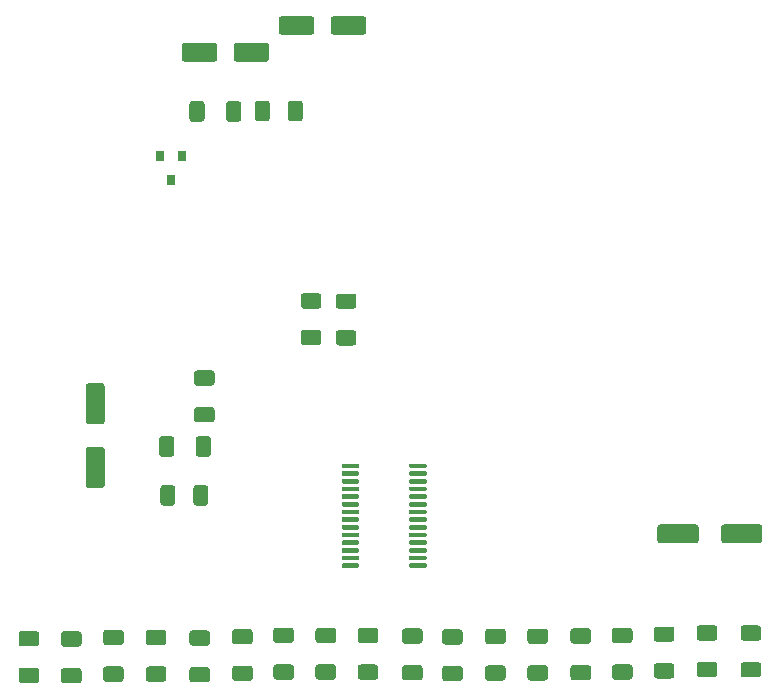
<source format=gtp>
G04 #@! TF.GenerationSoftware,KiCad,Pcbnew,(5.1.10)-1*
G04 #@! TF.CreationDate,2023-01-28T17:58:28+01:00*
G04 #@! TF.ProjectId,servo_board,73657276-6f5f-4626-9f61-72642e6b6963,1.0*
G04 #@! TF.SameCoordinates,Original*
G04 #@! TF.FileFunction,Paste,Top*
G04 #@! TF.FilePolarity,Positive*
%FSLAX46Y46*%
G04 Gerber Fmt 4.6, Leading zero omitted, Abs format (unit mm)*
G04 Created by KiCad (PCBNEW (5.1.10)-1) date 2023-01-28 17:58:28*
%MOMM*%
%LPD*%
G01*
G04 APERTURE LIST*
%ADD10R,0.800000X0.900000*%
G04 APERTURE END LIST*
G36*
G01*
X138485900Y-157623600D02*
X138485900Y-156523600D01*
G75*
G02*
X138735900Y-156273600I250000J0D01*
G01*
X141735900Y-156273600D01*
G75*
G02*
X141985900Y-156523600I0J-250000D01*
G01*
X141985900Y-157623600D01*
G75*
G02*
X141735900Y-157873600I-250000J0D01*
G01*
X138735900Y-157873600D01*
G75*
G02*
X138485900Y-157623600I0J250000D01*
G01*
G37*
G36*
G01*
X133085900Y-157623600D02*
X133085900Y-156523600D01*
G75*
G02*
X133335900Y-156273600I250000J0D01*
G01*
X136335900Y-156273600D01*
G75*
G02*
X136585900Y-156523600I0J-250000D01*
G01*
X136585900Y-157623600D01*
G75*
G02*
X136335900Y-157873600I-250000J0D01*
G01*
X133335900Y-157873600D01*
G75*
G02*
X133085900Y-157623600I0J250000D01*
G01*
G37*
G36*
G01*
X86046400Y-147800000D02*
X84946400Y-147800000D01*
G75*
G02*
X84696400Y-147550000I0J250000D01*
G01*
X84696400Y-144550000D01*
G75*
G02*
X84946400Y-144300000I250000J0D01*
G01*
X86046400Y-144300000D01*
G75*
G02*
X86296400Y-144550000I0J-250000D01*
G01*
X86296400Y-147550000D01*
G75*
G02*
X86046400Y-147800000I-250000J0D01*
G01*
G37*
G36*
G01*
X86046400Y-153200000D02*
X84946400Y-153200000D01*
G75*
G02*
X84696400Y-152950000I0J250000D01*
G01*
X84696400Y-149950000D01*
G75*
G02*
X84946400Y-149700000I250000J0D01*
G01*
X86046400Y-149700000D01*
G75*
G02*
X86296400Y-149950000I0J-250000D01*
G01*
X86296400Y-152950000D01*
G75*
G02*
X86046400Y-153200000I-250000J0D01*
G01*
G37*
G36*
G01*
X140383100Y-167929800D02*
X141633100Y-167929800D01*
G75*
G02*
X141883100Y-168179800I0J-250000D01*
G01*
X141883100Y-168979800D01*
G75*
G02*
X141633100Y-169229800I-250000J0D01*
G01*
X140383100Y-169229800D01*
G75*
G02*
X140133100Y-168979800I0J250000D01*
G01*
X140133100Y-168179800D01*
G75*
G02*
X140383100Y-167929800I250000J0D01*
G01*
G37*
G36*
G01*
X140383100Y-164829800D02*
X141633100Y-164829800D01*
G75*
G02*
X141883100Y-165079800I0J-250000D01*
G01*
X141883100Y-165879800D01*
G75*
G02*
X141633100Y-166129800I-250000J0D01*
G01*
X140383100Y-166129800D01*
G75*
G02*
X140133100Y-165879800I0J250000D01*
G01*
X140133100Y-165079800D01*
G75*
G02*
X140383100Y-164829800I250000J0D01*
G01*
G37*
G36*
G01*
X137924700Y-166117700D02*
X136674700Y-166117700D01*
G75*
G02*
X136424700Y-165867700I0J250000D01*
G01*
X136424700Y-165067700D01*
G75*
G02*
X136674700Y-164817700I250000J0D01*
G01*
X137924700Y-164817700D01*
G75*
G02*
X138174700Y-165067700I0J-250000D01*
G01*
X138174700Y-165867700D01*
G75*
G02*
X137924700Y-166117700I-250000J0D01*
G01*
G37*
G36*
G01*
X137924700Y-169217700D02*
X136674700Y-169217700D01*
G75*
G02*
X136424700Y-168967700I0J250000D01*
G01*
X136424700Y-168167700D01*
G75*
G02*
X136674700Y-167917700I250000J0D01*
G01*
X137924700Y-167917700D01*
G75*
G02*
X138174700Y-168167700I0J-250000D01*
G01*
X138174700Y-168967700D01*
G75*
G02*
X137924700Y-169217700I-250000J0D01*
G01*
G37*
G36*
G01*
X104042340Y-113478220D02*
X104042340Y-114578220D01*
G75*
G02*
X103792340Y-114828220I-250000J0D01*
G01*
X101292340Y-114828220D01*
G75*
G02*
X101042340Y-114578220I0J250000D01*
G01*
X101042340Y-113478220D01*
G75*
G02*
X101292340Y-113228220I250000J0D01*
G01*
X103792340Y-113228220D01*
G75*
G02*
X104042340Y-113478220I0J-250000D01*
G01*
G37*
G36*
G01*
X108442340Y-113478220D02*
X108442340Y-114578220D01*
G75*
G02*
X108192340Y-114828220I-250000J0D01*
G01*
X105692340Y-114828220D01*
G75*
G02*
X105442340Y-114578220I0J250000D01*
G01*
X105442340Y-113478220D01*
G75*
G02*
X105692340Y-113228220I250000J0D01*
G01*
X108192340Y-113228220D01*
G75*
G02*
X108442340Y-113478220I0J-250000D01*
G01*
G37*
G36*
G01*
X95822900Y-115756600D02*
X95822900Y-116856600D01*
G75*
G02*
X95572900Y-117106600I-250000J0D01*
G01*
X93072900Y-117106600D01*
G75*
G02*
X92822900Y-116856600I0J250000D01*
G01*
X92822900Y-115756600D01*
G75*
G02*
X93072900Y-115506600I250000J0D01*
G01*
X95572900Y-115506600D01*
G75*
G02*
X95822900Y-115756600I0J-250000D01*
G01*
G37*
G36*
G01*
X100222900Y-115756600D02*
X100222900Y-116856600D01*
G75*
G02*
X99972900Y-117106600I-250000J0D01*
G01*
X97472900Y-117106600D01*
G75*
G02*
X97222900Y-116856600I0J250000D01*
G01*
X97222900Y-115756600D01*
G75*
G02*
X97472900Y-115506600I250000J0D01*
G01*
X99972900Y-115506600D01*
G75*
G02*
X100222900Y-115756600I0J-250000D01*
G01*
G37*
G36*
G01*
X104391300Y-168120300D02*
X105641300Y-168120300D01*
G75*
G02*
X105891300Y-168370300I0J-250000D01*
G01*
X105891300Y-169170300D01*
G75*
G02*
X105641300Y-169420300I-250000J0D01*
G01*
X104391300Y-169420300D01*
G75*
G02*
X104141300Y-169170300I0J250000D01*
G01*
X104141300Y-168370300D01*
G75*
G02*
X104391300Y-168120300I250000J0D01*
G01*
G37*
G36*
G01*
X104391300Y-165020300D02*
X105641300Y-165020300D01*
G75*
G02*
X105891300Y-165270300I0J-250000D01*
G01*
X105891300Y-166070300D01*
G75*
G02*
X105641300Y-166320300I-250000J0D01*
G01*
X104391300Y-166320300D01*
G75*
G02*
X104141300Y-166070300I0J250000D01*
G01*
X104141300Y-165270300D01*
G75*
G02*
X104391300Y-165020300I250000J0D01*
G01*
G37*
G36*
G01*
X112073900Y-151418200D02*
X112073900Y-151218200D01*
G75*
G02*
X112173900Y-151118200I100000J0D01*
G01*
X113448900Y-151118200D01*
G75*
G02*
X113548900Y-151218200I0J-100000D01*
G01*
X113548900Y-151418200D01*
G75*
G02*
X113448900Y-151518200I-100000J0D01*
G01*
X112173900Y-151518200D01*
G75*
G02*
X112073900Y-151418200I0J100000D01*
G01*
G37*
G36*
G01*
X112073900Y-152068200D02*
X112073900Y-151868200D01*
G75*
G02*
X112173900Y-151768200I100000J0D01*
G01*
X113448900Y-151768200D01*
G75*
G02*
X113548900Y-151868200I0J-100000D01*
G01*
X113548900Y-152068200D01*
G75*
G02*
X113448900Y-152168200I-100000J0D01*
G01*
X112173900Y-152168200D01*
G75*
G02*
X112073900Y-152068200I0J100000D01*
G01*
G37*
G36*
G01*
X112073900Y-152718200D02*
X112073900Y-152518200D01*
G75*
G02*
X112173900Y-152418200I100000J0D01*
G01*
X113448900Y-152418200D01*
G75*
G02*
X113548900Y-152518200I0J-100000D01*
G01*
X113548900Y-152718200D01*
G75*
G02*
X113448900Y-152818200I-100000J0D01*
G01*
X112173900Y-152818200D01*
G75*
G02*
X112073900Y-152718200I0J100000D01*
G01*
G37*
G36*
G01*
X112073900Y-153368200D02*
X112073900Y-153168200D01*
G75*
G02*
X112173900Y-153068200I100000J0D01*
G01*
X113448900Y-153068200D01*
G75*
G02*
X113548900Y-153168200I0J-100000D01*
G01*
X113548900Y-153368200D01*
G75*
G02*
X113448900Y-153468200I-100000J0D01*
G01*
X112173900Y-153468200D01*
G75*
G02*
X112073900Y-153368200I0J100000D01*
G01*
G37*
G36*
G01*
X112073900Y-154018200D02*
X112073900Y-153818200D01*
G75*
G02*
X112173900Y-153718200I100000J0D01*
G01*
X113448900Y-153718200D01*
G75*
G02*
X113548900Y-153818200I0J-100000D01*
G01*
X113548900Y-154018200D01*
G75*
G02*
X113448900Y-154118200I-100000J0D01*
G01*
X112173900Y-154118200D01*
G75*
G02*
X112073900Y-154018200I0J100000D01*
G01*
G37*
G36*
G01*
X112073900Y-154668200D02*
X112073900Y-154468200D01*
G75*
G02*
X112173900Y-154368200I100000J0D01*
G01*
X113448900Y-154368200D01*
G75*
G02*
X113548900Y-154468200I0J-100000D01*
G01*
X113548900Y-154668200D01*
G75*
G02*
X113448900Y-154768200I-100000J0D01*
G01*
X112173900Y-154768200D01*
G75*
G02*
X112073900Y-154668200I0J100000D01*
G01*
G37*
G36*
G01*
X112073900Y-155318200D02*
X112073900Y-155118200D01*
G75*
G02*
X112173900Y-155018200I100000J0D01*
G01*
X113448900Y-155018200D01*
G75*
G02*
X113548900Y-155118200I0J-100000D01*
G01*
X113548900Y-155318200D01*
G75*
G02*
X113448900Y-155418200I-100000J0D01*
G01*
X112173900Y-155418200D01*
G75*
G02*
X112073900Y-155318200I0J100000D01*
G01*
G37*
G36*
G01*
X112073900Y-155968200D02*
X112073900Y-155768200D01*
G75*
G02*
X112173900Y-155668200I100000J0D01*
G01*
X113448900Y-155668200D01*
G75*
G02*
X113548900Y-155768200I0J-100000D01*
G01*
X113548900Y-155968200D01*
G75*
G02*
X113448900Y-156068200I-100000J0D01*
G01*
X112173900Y-156068200D01*
G75*
G02*
X112073900Y-155968200I0J100000D01*
G01*
G37*
G36*
G01*
X112073900Y-156618200D02*
X112073900Y-156418200D01*
G75*
G02*
X112173900Y-156318200I100000J0D01*
G01*
X113448900Y-156318200D01*
G75*
G02*
X113548900Y-156418200I0J-100000D01*
G01*
X113548900Y-156618200D01*
G75*
G02*
X113448900Y-156718200I-100000J0D01*
G01*
X112173900Y-156718200D01*
G75*
G02*
X112073900Y-156618200I0J100000D01*
G01*
G37*
G36*
G01*
X112073900Y-157268200D02*
X112073900Y-157068200D01*
G75*
G02*
X112173900Y-156968200I100000J0D01*
G01*
X113448900Y-156968200D01*
G75*
G02*
X113548900Y-157068200I0J-100000D01*
G01*
X113548900Y-157268200D01*
G75*
G02*
X113448900Y-157368200I-100000J0D01*
G01*
X112173900Y-157368200D01*
G75*
G02*
X112073900Y-157268200I0J100000D01*
G01*
G37*
G36*
G01*
X112073900Y-157918200D02*
X112073900Y-157718200D01*
G75*
G02*
X112173900Y-157618200I100000J0D01*
G01*
X113448900Y-157618200D01*
G75*
G02*
X113548900Y-157718200I0J-100000D01*
G01*
X113548900Y-157918200D01*
G75*
G02*
X113448900Y-158018200I-100000J0D01*
G01*
X112173900Y-158018200D01*
G75*
G02*
X112073900Y-157918200I0J100000D01*
G01*
G37*
G36*
G01*
X112073900Y-158568200D02*
X112073900Y-158368200D01*
G75*
G02*
X112173900Y-158268200I100000J0D01*
G01*
X113448900Y-158268200D01*
G75*
G02*
X113548900Y-158368200I0J-100000D01*
G01*
X113548900Y-158568200D01*
G75*
G02*
X113448900Y-158668200I-100000J0D01*
G01*
X112173900Y-158668200D01*
G75*
G02*
X112073900Y-158568200I0J100000D01*
G01*
G37*
G36*
G01*
X112073900Y-159218200D02*
X112073900Y-159018200D01*
G75*
G02*
X112173900Y-158918200I100000J0D01*
G01*
X113448900Y-158918200D01*
G75*
G02*
X113548900Y-159018200I0J-100000D01*
G01*
X113548900Y-159218200D01*
G75*
G02*
X113448900Y-159318200I-100000J0D01*
G01*
X112173900Y-159318200D01*
G75*
G02*
X112073900Y-159218200I0J100000D01*
G01*
G37*
G36*
G01*
X112073900Y-159868200D02*
X112073900Y-159668200D01*
G75*
G02*
X112173900Y-159568200I100000J0D01*
G01*
X113448900Y-159568200D01*
G75*
G02*
X113548900Y-159668200I0J-100000D01*
G01*
X113548900Y-159868200D01*
G75*
G02*
X113448900Y-159968200I-100000J0D01*
G01*
X112173900Y-159968200D01*
G75*
G02*
X112073900Y-159868200I0J100000D01*
G01*
G37*
G36*
G01*
X106348900Y-159868200D02*
X106348900Y-159668200D01*
G75*
G02*
X106448900Y-159568200I100000J0D01*
G01*
X107723900Y-159568200D01*
G75*
G02*
X107823900Y-159668200I0J-100000D01*
G01*
X107823900Y-159868200D01*
G75*
G02*
X107723900Y-159968200I-100000J0D01*
G01*
X106448900Y-159968200D01*
G75*
G02*
X106348900Y-159868200I0J100000D01*
G01*
G37*
G36*
G01*
X106348900Y-159218200D02*
X106348900Y-159018200D01*
G75*
G02*
X106448900Y-158918200I100000J0D01*
G01*
X107723900Y-158918200D01*
G75*
G02*
X107823900Y-159018200I0J-100000D01*
G01*
X107823900Y-159218200D01*
G75*
G02*
X107723900Y-159318200I-100000J0D01*
G01*
X106448900Y-159318200D01*
G75*
G02*
X106348900Y-159218200I0J100000D01*
G01*
G37*
G36*
G01*
X106348900Y-158568200D02*
X106348900Y-158368200D01*
G75*
G02*
X106448900Y-158268200I100000J0D01*
G01*
X107723900Y-158268200D01*
G75*
G02*
X107823900Y-158368200I0J-100000D01*
G01*
X107823900Y-158568200D01*
G75*
G02*
X107723900Y-158668200I-100000J0D01*
G01*
X106448900Y-158668200D01*
G75*
G02*
X106348900Y-158568200I0J100000D01*
G01*
G37*
G36*
G01*
X106348900Y-157918200D02*
X106348900Y-157718200D01*
G75*
G02*
X106448900Y-157618200I100000J0D01*
G01*
X107723900Y-157618200D01*
G75*
G02*
X107823900Y-157718200I0J-100000D01*
G01*
X107823900Y-157918200D01*
G75*
G02*
X107723900Y-158018200I-100000J0D01*
G01*
X106448900Y-158018200D01*
G75*
G02*
X106348900Y-157918200I0J100000D01*
G01*
G37*
G36*
G01*
X106348900Y-157268200D02*
X106348900Y-157068200D01*
G75*
G02*
X106448900Y-156968200I100000J0D01*
G01*
X107723900Y-156968200D01*
G75*
G02*
X107823900Y-157068200I0J-100000D01*
G01*
X107823900Y-157268200D01*
G75*
G02*
X107723900Y-157368200I-100000J0D01*
G01*
X106448900Y-157368200D01*
G75*
G02*
X106348900Y-157268200I0J100000D01*
G01*
G37*
G36*
G01*
X106348900Y-156618200D02*
X106348900Y-156418200D01*
G75*
G02*
X106448900Y-156318200I100000J0D01*
G01*
X107723900Y-156318200D01*
G75*
G02*
X107823900Y-156418200I0J-100000D01*
G01*
X107823900Y-156618200D01*
G75*
G02*
X107723900Y-156718200I-100000J0D01*
G01*
X106448900Y-156718200D01*
G75*
G02*
X106348900Y-156618200I0J100000D01*
G01*
G37*
G36*
G01*
X106348900Y-155968200D02*
X106348900Y-155768200D01*
G75*
G02*
X106448900Y-155668200I100000J0D01*
G01*
X107723900Y-155668200D01*
G75*
G02*
X107823900Y-155768200I0J-100000D01*
G01*
X107823900Y-155968200D01*
G75*
G02*
X107723900Y-156068200I-100000J0D01*
G01*
X106448900Y-156068200D01*
G75*
G02*
X106348900Y-155968200I0J100000D01*
G01*
G37*
G36*
G01*
X106348900Y-155318200D02*
X106348900Y-155118200D01*
G75*
G02*
X106448900Y-155018200I100000J0D01*
G01*
X107723900Y-155018200D01*
G75*
G02*
X107823900Y-155118200I0J-100000D01*
G01*
X107823900Y-155318200D01*
G75*
G02*
X107723900Y-155418200I-100000J0D01*
G01*
X106448900Y-155418200D01*
G75*
G02*
X106348900Y-155318200I0J100000D01*
G01*
G37*
G36*
G01*
X106348900Y-154668200D02*
X106348900Y-154468200D01*
G75*
G02*
X106448900Y-154368200I100000J0D01*
G01*
X107723900Y-154368200D01*
G75*
G02*
X107823900Y-154468200I0J-100000D01*
G01*
X107823900Y-154668200D01*
G75*
G02*
X107723900Y-154768200I-100000J0D01*
G01*
X106448900Y-154768200D01*
G75*
G02*
X106348900Y-154668200I0J100000D01*
G01*
G37*
G36*
G01*
X106348900Y-154018200D02*
X106348900Y-153818200D01*
G75*
G02*
X106448900Y-153718200I100000J0D01*
G01*
X107723900Y-153718200D01*
G75*
G02*
X107823900Y-153818200I0J-100000D01*
G01*
X107823900Y-154018200D01*
G75*
G02*
X107723900Y-154118200I-100000J0D01*
G01*
X106448900Y-154118200D01*
G75*
G02*
X106348900Y-154018200I0J100000D01*
G01*
G37*
G36*
G01*
X106348900Y-153368200D02*
X106348900Y-153168200D01*
G75*
G02*
X106448900Y-153068200I100000J0D01*
G01*
X107723900Y-153068200D01*
G75*
G02*
X107823900Y-153168200I0J-100000D01*
G01*
X107823900Y-153368200D01*
G75*
G02*
X107723900Y-153468200I-100000J0D01*
G01*
X106448900Y-153468200D01*
G75*
G02*
X106348900Y-153368200I0J100000D01*
G01*
G37*
G36*
G01*
X106348900Y-152718200D02*
X106348900Y-152518200D01*
G75*
G02*
X106448900Y-152418200I100000J0D01*
G01*
X107723900Y-152418200D01*
G75*
G02*
X107823900Y-152518200I0J-100000D01*
G01*
X107823900Y-152718200D01*
G75*
G02*
X107723900Y-152818200I-100000J0D01*
G01*
X106448900Y-152818200D01*
G75*
G02*
X106348900Y-152718200I0J100000D01*
G01*
G37*
G36*
G01*
X106348900Y-152068200D02*
X106348900Y-151868200D01*
G75*
G02*
X106448900Y-151768200I100000J0D01*
G01*
X107723900Y-151768200D01*
G75*
G02*
X107823900Y-151868200I0J-100000D01*
G01*
X107823900Y-152068200D01*
G75*
G02*
X107723900Y-152168200I-100000J0D01*
G01*
X106448900Y-152168200D01*
G75*
G02*
X106348900Y-152068200I0J100000D01*
G01*
G37*
G36*
G01*
X106348900Y-151418200D02*
X106348900Y-151218200D01*
G75*
G02*
X106448900Y-151118200I100000J0D01*
G01*
X107723900Y-151118200D01*
G75*
G02*
X107823900Y-151218200I0J-100000D01*
G01*
X107823900Y-151418200D01*
G75*
G02*
X107723900Y-151518200I-100000J0D01*
G01*
X106448900Y-151518200D01*
G75*
G02*
X106348900Y-151418200I0J100000D01*
G01*
G37*
G36*
G01*
X94104300Y-146327100D02*
X95354300Y-146327100D01*
G75*
G02*
X95604300Y-146577100I0J-250000D01*
G01*
X95604300Y-147377100D01*
G75*
G02*
X95354300Y-147627100I-250000J0D01*
G01*
X94104300Y-147627100D01*
G75*
G02*
X93854300Y-147377100I0J250000D01*
G01*
X93854300Y-146577100D01*
G75*
G02*
X94104300Y-146327100I250000J0D01*
G01*
G37*
G36*
G01*
X94104300Y-143227100D02*
X95354300Y-143227100D01*
G75*
G02*
X95604300Y-143477100I0J-250000D01*
G01*
X95604300Y-144277100D01*
G75*
G02*
X95354300Y-144527100I-250000J0D01*
G01*
X94104300Y-144527100D01*
G75*
G02*
X93854300Y-144277100I0J250000D01*
G01*
X93854300Y-143477100D01*
G75*
G02*
X94104300Y-143227100I250000J0D01*
G01*
G37*
G36*
G01*
X96557000Y-121935400D02*
X96557000Y-120685400D01*
G75*
G02*
X96807000Y-120435400I250000J0D01*
G01*
X97607000Y-120435400D01*
G75*
G02*
X97857000Y-120685400I0J-250000D01*
G01*
X97857000Y-121935400D01*
G75*
G02*
X97607000Y-122185400I-250000J0D01*
G01*
X96807000Y-122185400D01*
G75*
G02*
X96557000Y-121935400I0J250000D01*
G01*
G37*
G36*
G01*
X93457000Y-121935400D02*
X93457000Y-120685400D01*
G75*
G02*
X93707000Y-120435400I250000J0D01*
G01*
X94507000Y-120435400D01*
G75*
G02*
X94757000Y-120685400I0J-250000D01*
G01*
X94757000Y-121935400D01*
G75*
G02*
X94507000Y-122185400I-250000J0D01*
G01*
X93707000Y-122185400D01*
G75*
G02*
X93457000Y-121935400I0J250000D01*
G01*
G37*
G36*
G01*
X92190400Y-149044500D02*
X92190400Y-150294500D01*
G75*
G02*
X91940400Y-150544500I-250000J0D01*
G01*
X91140400Y-150544500D01*
G75*
G02*
X90890400Y-150294500I0J250000D01*
G01*
X90890400Y-149044500D01*
G75*
G02*
X91140400Y-148794500I250000J0D01*
G01*
X91940400Y-148794500D01*
G75*
G02*
X92190400Y-149044500I0J-250000D01*
G01*
G37*
G36*
G01*
X95290400Y-149044500D02*
X95290400Y-150294500D01*
G75*
G02*
X95040400Y-150544500I-250000J0D01*
G01*
X94240400Y-150544500D01*
G75*
G02*
X93990400Y-150294500I0J250000D01*
G01*
X93990400Y-149044500D01*
G75*
G02*
X94240400Y-148794500I250000J0D01*
G01*
X95040400Y-148794500D01*
G75*
G02*
X95290400Y-149044500I0J-250000D01*
G01*
G37*
G36*
G01*
X106105800Y-139824700D02*
X107355800Y-139824700D01*
G75*
G02*
X107605800Y-140074700I0J-250000D01*
G01*
X107605800Y-140874700D01*
G75*
G02*
X107355800Y-141124700I-250000J0D01*
G01*
X106105800Y-141124700D01*
G75*
G02*
X105855800Y-140874700I0J250000D01*
G01*
X105855800Y-140074700D01*
G75*
G02*
X106105800Y-139824700I250000J0D01*
G01*
G37*
G36*
G01*
X106105800Y-136724700D02*
X107355800Y-136724700D01*
G75*
G02*
X107605800Y-136974700I0J-250000D01*
G01*
X107605800Y-137774700D01*
G75*
G02*
X107355800Y-138024700I-250000J0D01*
G01*
X106105800Y-138024700D01*
G75*
G02*
X105855800Y-137774700I0J250000D01*
G01*
X105855800Y-136974700D01*
G75*
G02*
X106105800Y-136724700I250000J0D01*
G01*
G37*
G36*
G01*
X103146700Y-139799300D02*
X104396700Y-139799300D01*
G75*
G02*
X104646700Y-140049300I0J-250000D01*
G01*
X104646700Y-140849300D01*
G75*
G02*
X104396700Y-141099300I-250000J0D01*
G01*
X103146700Y-141099300D01*
G75*
G02*
X102896700Y-140849300I0J250000D01*
G01*
X102896700Y-140049300D01*
G75*
G02*
X103146700Y-139799300I250000J0D01*
G01*
G37*
G36*
G01*
X103146700Y-136699300D02*
X104396700Y-136699300D01*
G75*
G02*
X104646700Y-136949300I0J-250000D01*
G01*
X104646700Y-137749300D01*
G75*
G02*
X104396700Y-137999300I-250000J0D01*
G01*
X103146700Y-137999300D01*
G75*
G02*
X102896700Y-137749300I0J250000D01*
G01*
X102896700Y-136949300D01*
G75*
G02*
X103146700Y-136699300I250000J0D01*
G01*
G37*
G36*
G01*
X133029800Y-168018700D02*
X134279800Y-168018700D01*
G75*
G02*
X134529800Y-168268700I0J-250000D01*
G01*
X134529800Y-169068700D01*
G75*
G02*
X134279800Y-169318700I-250000J0D01*
G01*
X133029800Y-169318700D01*
G75*
G02*
X132779800Y-169068700I0J250000D01*
G01*
X132779800Y-168268700D01*
G75*
G02*
X133029800Y-168018700I250000J0D01*
G01*
G37*
G36*
G01*
X133029800Y-164918700D02*
X134279800Y-164918700D01*
G75*
G02*
X134529800Y-165168700I0J-250000D01*
G01*
X134529800Y-165968700D01*
G75*
G02*
X134279800Y-166218700I-250000J0D01*
G01*
X133029800Y-166218700D01*
G75*
G02*
X132779800Y-165968700I0J250000D01*
G01*
X132779800Y-165168700D01*
G75*
G02*
X133029800Y-164918700I250000J0D01*
G01*
G37*
G36*
G01*
X111719200Y-168171100D02*
X112969200Y-168171100D01*
G75*
G02*
X113219200Y-168421100I0J-250000D01*
G01*
X113219200Y-169221100D01*
G75*
G02*
X112969200Y-169471100I-250000J0D01*
G01*
X111719200Y-169471100D01*
G75*
G02*
X111469200Y-169221100I0J250000D01*
G01*
X111469200Y-168421100D01*
G75*
G02*
X111719200Y-168171100I250000J0D01*
G01*
G37*
G36*
G01*
X111719200Y-165071100D02*
X112969200Y-165071100D01*
G75*
G02*
X113219200Y-165321100I0J-250000D01*
G01*
X113219200Y-166121100D01*
G75*
G02*
X112969200Y-166371100I-250000J0D01*
G01*
X111719200Y-166371100D01*
G75*
G02*
X111469200Y-166121100I0J250000D01*
G01*
X111469200Y-165321100D01*
G75*
G02*
X111719200Y-165071100I250000J0D01*
G01*
G37*
G36*
G01*
X118755000Y-168209200D02*
X120005000Y-168209200D01*
G75*
G02*
X120255000Y-168459200I0J-250000D01*
G01*
X120255000Y-169259200D01*
G75*
G02*
X120005000Y-169509200I-250000J0D01*
G01*
X118755000Y-169509200D01*
G75*
G02*
X118505000Y-169259200I0J250000D01*
G01*
X118505000Y-168459200D01*
G75*
G02*
X118755000Y-168209200I250000J0D01*
G01*
G37*
G36*
G01*
X118755000Y-165109200D02*
X120005000Y-165109200D01*
G75*
G02*
X120255000Y-165359200I0J-250000D01*
G01*
X120255000Y-166159200D01*
G75*
G02*
X120005000Y-166409200I-250000J0D01*
G01*
X118755000Y-166409200D01*
G75*
G02*
X118505000Y-166159200I0J250000D01*
G01*
X118505000Y-165359200D01*
G75*
G02*
X118755000Y-165109200I250000J0D01*
G01*
G37*
G36*
G01*
X122336400Y-168197100D02*
X123586400Y-168197100D01*
G75*
G02*
X123836400Y-168447100I0J-250000D01*
G01*
X123836400Y-169247100D01*
G75*
G02*
X123586400Y-169497100I-250000J0D01*
G01*
X122336400Y-169497100D01*
G75*
G02*
X122086400Y-169247100I0J250000D01*
G01*
X122086400Y-168447100D01*
G75*
G02*
X122336400Y-168197100I250000J0D01*
G01*
G37*
G36*
G01*
X122336400Y-165097100D02*
X123586400Y-165097100D01*
G75*
G02*
X123836400Y-165347100I0J-250000D01*
G01*
X123836400Y-166147100D01*
G75*
G02*
X123586400Y-166397100I-250000J0D01*
G01*
X122336400Y-166397100D01*
G75*
G02*
X122086400Y-166147100I0J250000D01*
G01*
X122086400Y-165347100D01*
G75*
G02*
X122336400Y-165097100I250000J0D01*
G01*
G37*
G36*
G01*
X125981300Y-168171100D02*
X127231300Y-168171100D01*
G75*
G02*
X127481300Y-168421100I0J-250000D01*
G01*
X127481300Y-169221100D01*
G75*
G02*
X127231300Y-169471100I-250000J0D01*
G01*
X125981300Y-169471100D01*
G75*
G02*
X125731300Y-169221100I0J250000D01*
G01*
X125731300Y-168421100D01*
G75*
G02*
X125981300Y-168171100I250000J0D01*
G01*
G37*
G36*
G01*
X125981300Y-165071100D02*
X127231300Y-165071100D01*
G75*
G02*
X127481300Y-165321100I0J-250000D01*
G01*
X127481300Y-166121100D01*
G75*
G02*
X127231300Y-166371100I-250000J0D01*
G01*
X125981300Y-166371100D01*
G75*
G02*
X125731300Y-166121100I0J250000D01*
G01*
X125731300Y-165321100D01*
G75*
G02*
X125981300Y-165071100I250000J0D01*
G01*
G37*
G36*
G01*
X115110100Y-168247300D02*
X116360100Y-168247300D01*
G75*
G02*
X116610100Y-168497300I0J-250000D01*
G01*
X116610100Y-169297300D01*
G75*
G02*
X116360100Y-169547300I-250000J0D01*
G01*
X115110100Y-169547300D01*
G75*
G02*
X114860100Y-169297300I0J250000D01*
G01*
X114860100Y-168497300D01*
G75*
G02*
X115110100Y-168247300I250000J0D01*
G01*
G37*
G36*
G01*
X115110100Y-165147300D02*
X116360100Y-165147300D01*
G75*
G02*
X116610100Y-165397300I0J-250000D01*
G01*
X116610100Y-166197300D01*
G75*
G02*
X116360100Y-166447300I-250000J0D01*
G01*
X115110100Y-166447300D01*
G75*
G02*
X114860100Y-166197300I0J250000D01*
G01*
X114860100Y-165397300D01*
G75*
G02*
X115110100Y-165147300I250000J0D01*
G01*
G37*
G36*
G01*
X100822600Y-168120300D02*
X102072600Y-168120300D01*
G75*
G02*
X102322600Y-168370300I0J-250000D01*
G01*
X102322600Y-169170300D01*
G75*
G02*
X102072600Y-169420300I-250000J0D01*
G01*
X100822600Y-169420300D01*
G75*
G02*
X100572600Y-169170300I0J250000D01*
G01*
X100572600Y-168370300D01*
G75*
G02*
X100822600Y-168120300I250000J0D01*
G01*
G37*
G36*
G01*
X100822600Y-165020300D02*
X102072600Y-165020300D01*
G75*
G02*
X102322600Y-165270300I0J-250000D01*
G01*
X102322600Y-166070300D01*
G75*
G02*
X102072600Y-166320300I-250000J0D01*
G01*
X100822600Y-166320300D01*
G75*
G02*
X100572600Y-166070300I0J250000D01*
G01*
X100572600Y-165270300D01*
G75*
G02*
X100822600Y-165020300I250000J0D01*
G01*
G37*
G36*
G01*
X107960000Y-168133000D02*
X109210000Y-168133000D01*
G75*
G02*
X109460000Y-168383000I0J-250000D01*
G01*
X109460000Y-169183000D01*
G75*
G02*
X109210000Y-169433000I-250000J0D01*
G01*
X107960000Y-169433000D01*
G75*
G02*
X107710000Y-169183000I0J250000D01*
G01*
X107710000Y-168383000D01*
G75*
G02*
X107960000Y-168133000I250000J0D01*
G01*
G37*
G36*
G01*
X107960000Y-165033000D02*
X109210000Y-165033000D01*
G75*
G02*
X109460000Y-165283000I0J-250000D01*
G01*
X109460000Y-166083000D01*
G75*
G02*
X109210000Y-166333000I-250000J0D01*
G01*
X107960000Y-166333000D01*
G75*
G02*
X107710000Y-166083000I0J250000D01*
G01*
X107710000Y-165283000D01*
G75*
G02*
X107960000Y-165033000I250000J0D01*
G01*
G37*
G36*
G01*
X79258000Y-168399700D02*
X80508000Y-168399700D01*
G75*
G02*
X80758000Y-168649700I0J-250000D01*
G01*
X80758000Y-169449700D01*
G75*
G02*
X80508000Y-169699700I-250000J0D01*
G01*
X79258000Y-169699700D01*
G75*
G02*
X79008000Y-169449700I0J250000D01*
G01*
X79008000Y-168649700D01*
G75*
G02*
X79258000Y-168399700I250000J0D01*
G01*
G37*
G36*
G01*
X79258000Y-165299700D02*
X80508000Y-165299700D01*
G75*
G02*
X80758000Y-165549700I0J-250000D01*
G01*
X80758000Y-166349700D01*
G75*
G02*
X80508000Y-166599700I-250000J0D01*
G01*
X79258000Y-166599700D01*
G75*
G02*
X79008000Y-166349700I0J250000D01*
G01*
X79008000Y-165549700D01*
G75*
G02*
X79258000Y-165299700I250000J0D01*
G01*
G37*
G36*
G01*
X93723300Y-168350100D02*
X94973300Y-168350100D01*
G75*
G02*
X95223300Y-168600100I0J-250000D01*
G01*
X95223300Y-169400100D01*
G75*
G02*
X94973300Y-169650100I-250000J0D01*
G01*
X93723300Y-169650100D01*
G75*
G02*
X93473300Y-169400100I0J250000D01*
G01*
X93473300Y-168600100D01*
G75*
G02*
X93723300Y-168350100I250000J0D01*
G01*
G37*
G36*
G01*
X93723300Y-165250100D02*
X94973300Y-165250100D01*
G75*
G02*
X95223300Y-165500100I0J-250000D01*
G01*
X95223300Y-166300100D01*
G75*
G02*
X94973300Y-166550100I-250000J0D01*
G01*
X93723300Y-166550100D01*
G75*
G02*
X93473300Y-166300100I0J250000D01*
G01*
X93473300Y-165500100D01*
G75*
G02*
X93723300Y-165250100I250000J0D01*
G01*
G37*
G36*
G01*
X97330100Y-168234600D02*
X98580100Y-168234600D01*
G75*
G02*
X98830100Y-168484600I0J-250000D01*
G01*
X98830100Y-169284600D01*
G75*
G02*
X98580100Y-169534600I-250000J0D01*
G01*
X97330100Y-169534600D01*
G75*
G02*
X97080100Y-169284600I0J250000D01*
G01*
X97080100Y-168484600D01*
G75*
G02*
X97330100Y-168234600I250000J0D01*
G01*
G37*
G36*
G01*
X97330100Y-165134600D02*
X98580100Y-165134600D01*
G75*
G02*
X98830100Y-165384600I0J-250000D01*
G01*
X98830100Y-166184600D01*
G75*
G02*
X98580100Y-166434600I-250000J0D01*
G01*
X97330100Y-166434600D01*
G75*
G02*
X97080100Y-166184600I0J250000D01*
G01*
X97080100Y-165384600D01*
G75*
G02*
X97330100Y-165134600I250000J0D01*
G01*
G37*
G36*
G01*
X129486500Y-168133000D02*
X130736500Y-168133000D01*
G75*
G02*
X130986500Y-168383000I0J-250000D01*
G01*
X130986500Y-169183000D01*
G75*
G02*
X130736500Y-169433000I-250000J0D01*
G01*
X129486500Y-169433000D01*
G75*
G02*
X129236500Y-169183000I0J250000D01*
G01*
X129236500Y-168383000D01*
G75*
G02*
X129486500Y-168133000I250000J0D01*
G01*
G37*
G36*
G01*
X129486500Y-165033000D02*
X130736500Y-165033000D01*
G75*
G02*
X130986500Y-165283000I0J-250000D01*
G01*
X130986500Y-166083000D01*
G75*
G02*
X130736500Y-166333000I-250000J0D01*
G01*
X129486500Y-166333000D01*
G75*
G02*
X129236500Y-166083000I0J250000D01*
G01*
X129236500Y-165283000D01*
G75*
G02*
X129486500Y-165033000I250000J0D01*
G01*
G37*
G36*
G01*
X82839400Y-168425700D02*
X84089400Y-168425700D01*
G75*
G02*
X84339400Y-168675700I0J-250000D01*
G01*
X84339400Y-169475700D01*
G75*
G02*
X84089400Y-169725700I-250000J0D01*
G01*
X82839400Y-169725700D01*
G75*
G02*
X82589400Y-169475700I0J250000D01*
G01*
X82589400Y-168675700D01*
G75*
G02*
X82839400Y-168425700I250000J0D01*
G01*
G37*
G36*
G01*
X82839400Y-165325700D02*
X84089400Y-165325700D01*
G75*
G02*
X84339400Y-165575700I0J-250000D01*
G01*
X84339400Y-166375700D01*
G75*
G02*
X84089400Y-166625700I-250000J0D01*
G01*
X82839400Y-166625700D01*
G75*
G02*
X82589400Y-166375700I0J250000D01*
G01*
X82589400Y-165575700D01*
G75*
G02*
X82839400Y-165325700I250000J0D01*
G01*
G37*
G36*
G01*
X90027600Y-168298100D02*
X91277600Y-168298100D01*
G75*
G02*
X91527600Y-168548100I0J-250000D01*
G01*
X91527600Y-169348100D01*
G75*
G02*
X91277600Y-169598100I-250000J0D01*
G01*
X90027600Y-169598100D01*
G75*
G02*
X89777600Y-169348100I0J250000D01*
G01*
X89777600Y-168548100D01*
G75*
G02*
X90027600Y-168298100I250000J0D01*
G01*
G37*
G36*
G01*
X90027600Y-165198100D02*
X91277600Y-165198100D01*
G75*
G02*
X91527600Y-165448100I0J-250000D01*
G01*
X91527600Y-166248100D01*
G75*
G02*
X91277600Y-166498100I-250000J0D01*
G01*
X90027600Y-166498100D01*
G75*
G02*
X89777600Y-166248100I0J250000D01*
G01*
X89777600Y-165448100D01*
G75*
G02*
X90027600Y-165198100I250000J0D01*
G01*
G37*
G36*
G01*
X86408100Y-168298100D02*
X87658100Y-168298100D01*
G75*
G02*
X87908100Y-168548100I0J-250000D01*
G01*
X87908100Y-169348100D01*
G75*
G02*
X87658100Y-169598100I-250000J0D01*
G01*
X86408100Y-169598100D01*
G75*
G02*
X86158100Y-169348100I0J250000D01*
G01*
X86158100Y-168548100D01*
G75*
G02*
X86408100Y-168298100I250000J0D01*
G01*
G37*
G36*
G01*
X86408100Y-165198100D02*
X87658100Y-165198100D01*
G75*
G02*
X87908100Y-165448100I0J-250000D01*
G01*
X87908100Y-166248100D01*
G75*
G02*
X87658100Y-166498100I-250000J0D01*
G01*
X86408100Y-166498100D01*
G75*
G02*
X86158100Y-166248100I0J250000D01*
G01*
X86158100Y-165448100D01*
G75*
G02*
X86408100Y-165198100I250000J0D01*
G01*
G37*
D10*
X91897200Y-127114300D03*
X90947200Y-125114300D03*
X92847200Y-125114300D03*
G36*
G01*
X101816200Y-121897300D02*
X101816200Y-120647300D01*
G75*
G02*
X102066200Y-120397300I250000J0D01*
G01*
X102816200Y-120397300D01*
G75*
G02*
X103066200Y-120647300I0J-250000D01*
G01*
X103066200Y-121897300D01*
G75*
G02*
X102816200Y-122147300I-250000J0D01*
G01*
X102066200Y-122147300D01*
G75*
G02*
X101816200Y-121897300I0J250000D01*
G01*
G37*
G36*
G01*
X99016200Y-121897300D02*
X99016200Y-120647300D01*
G75*
G02*
X99266200Y-120397300I250000J0D01*
G01*
X100016200Y-120397300D01*
G75*
G02*
X100266200Y-120647300I0J-250000D01*
G01*
X100266200Y-121897300D01*
G75*
G02*
X100016200Y-122147300I-250000J0D01*
G01*
X99266200Y-122147300D01*
G75*
G02*
X99016200Y-121897300I0J250000D01*
G01*
G37*
G36*
G01*
X92262200Y-153184700D02*
X92262200Y-154434700D01*
G75*
G02*
X92012200Y-154684700I-250000J0D01*
G01*
X91262200Y-154684700D01*
G75*
G02*
X91012200Y-154434700I0J250000D01*
G01*
X91012200Y-153184700D01*
G75*
G02*
X91262200Y-152934700I250000J0D01*
G01*
X92012200Y-152934700D01*
G75*
G02*
X92262200Y-153184700I0J-250000D01*
G01*
G37*
G36*
G01*
X95062200Y-153184700D02*
X95062200Y-154434700D01*
G75*
G02*
X94812200Y-154684700I-250000J0D01*
G01*
X94062200Y-154684700D01*
G75*
G02*
X93812200Y-154434700I0J250000D01*
G01*
X93812200Y-153184700D01*
G75*
G02*
X94062200Y-152934700I250000J0D01*
G01*
X94812200Y-152934700D01*
G75*
G02*
X95062200Y-153184700I0J-250000D01*
G01*
G37*
M02*

</source>
